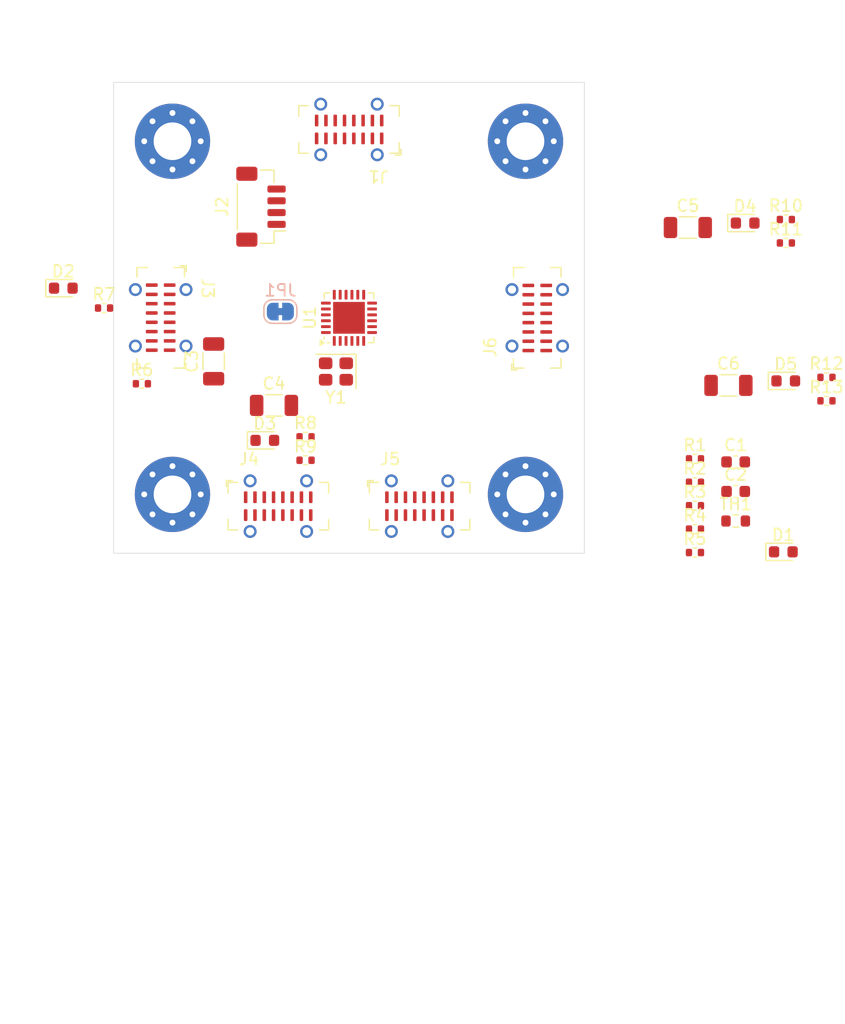
<source format=kicad_pcb>
(kicad_pcb (version 20241229) (generator "pcbnew") (generator_version "9.0")
  (layers (0 "F.Cu" signal) (4 "In1.Cu" signal) (6 "In2.Cu" signal) (2 "B.Cu" signal) (13 "F.Paste" user) (15 "B.Paste" user) (5 "F.SilkS" user "F.Silkscreen") (7 "B.SilkS" user "B.Silkscreen") (1 "F.Mask" user) (3 "B.Mask" user) (25 "Edge.Cuts" user))
  (net 0 "")
  (net 1 "GND")
  (net 2 "+3V3")
  (net 3 "VBUS")
  (net 5 "+5V")
  (net 6 "/LED_COMMON")
  (net 7 "Net-(D1-A)")
  (net 8 "/LED2")
  (net 9 "/LED1")
  (net 10 "/Upstream.D-")
  (net 12 "/CC1")
  (net 14 "/Upstream.D+")
  (net 15 "/CC2")
  (net 16 "/SCL")
  (net 17 "/SDA")
  (net 18 "/USB1.D-")
  (net 19 "Net-(J3-CC1)")
  (net 21 "Net-(J3-CC2)")
  (net 22 "/USB1.D+")
  (net 23 "Net-(J5-CC1)")
  (net 24 "Net-(J4-CC1)")
  (net 29 "Net-(J5-CC2)")
  (net 30 "Net-(J4-CC2)")
  (net 33 "Net-(J6-CC2)")
  (net 34 "Net-(J6-CC1)")
  (net 35 "Net-(U1-LED1)")
  (net 36 "Net-(U1-LED2)")
  (net 37 "/USB4.D+")
  (net 40 "/USB3.D-")
  (net 43 "/USB4.D-")
  (net 44 "/USB2.D-")
  (net 45 "/USB2.D+")
  (net 46 "/USB3.D+")
  (net 47 "Net-(U1-XO)")
  (net 48 "Net-(U1-XI)")
  (footprint "Resistor_SMD:R_0402_1005Metric" (layer "F.Cu") (at 110.575 75.06)
    (property "Reference" "R12" (at 0 -1.17 0) (layer "F.SilkS"))
    (property "Value" "56k")
    (fp_line (start -0.153641 -0.38) (end 0.153641 -0.38) (stroke (width 0.12)) (layer "F.SilkS"))
    (fp_line (start -0.153641 0.38) (end 0.153641 0.38) (stroke (width 0.12)) (layer "F.SilkS"))
    (pad "1" smd roundrect (at -0.51 0) (size 0.54 0.64) (layers "F.Cu" "F.Mask" "F.Paste") (net 5 "+5V"))
    (pad "2" smd roundrect (at 0.51 0) (size 0.54 0.64) (layers "F.Cu" "F.Mask" "F.Paste") (net 33 "Net-(J6-CC2)"))
  )
  (footprint "Connector_USB:USB_C_Receptacle_G-Switch_GT-USB-7051x" (layer "F.Cu") (at 70 54 180)
    (property "Reference" "J1" (at -2.5 -4 180) (layer "F.SilkS"))
    (property "Value" "USB_C_Receptacle_USB2.0_16P")
    (fp_line (start 4.27 2.02) (end 4.27 1.12) (stroke (width 0.12)) (layer "F.SilkS"))
    (fp_line (start 4.27 2.02) (end 3.47 2.02) (stroke (width 0.12)) (layer "F.SilkS"))
    (fp_line (start 4.27 -2.02) (end 4.27 -1.12) (stroke (width 0.12)) (layer "F.SilkS"))
    (fp_line (start 4.27 -2.02) (end 3.47 -2.02) (stroke (width 0.12)) (layer "F.SilkS"))
    (fp_line (start -4.27 2.02) (end -3.47 2.02) (stroke (width 0.12)) (layer "F.SilkS"))
    (fp_line (start -4.27 2.02) (end -4.27 1.12) (stroke (width 0.12)) (layer "F.SilkS"))
    (fp_line (start -4.27 -2.02) (end -3.47 -2.02) (stroke (width 0.12)) (layer "F.SilkS"))
    (fp_line (start -4.27 -2.02) (end -4.27 -1.12) (stroke (width 0.12)) (layer "F.SilkS"))
    (fp_line (start -4.42 -2.17) (end -3.92 -2.17) (stroke (width 0.12)) (layer "F.SilkS"))
    (fp_line (start -4.42 -2.17) (end -4.42 -1.67) (stroke (width 0.12)) (layer "F.SilkS"))
    (pad "" np_thru_hole circle (at -3.75 0 180) (size 0.66 0.66) (drill 0.66) (layers "F&B.Cu" "*.Mask"))
    (pad "" np_thru_hole oval (at 3.75 0 180) (size 1 0.58) (drill oval 1 0.58) (layers "F&B.Cu" "*.Mask"))
    (pad "A1" smd roundrect (at -2.78 -0.76 180) (size 0.3 1) (layers "F.Cu" "F.Mask" "F.Paste") (net 1 "GND"))
    (pad "A4" smd roundrect (at -1.99 -0.76 180) (size 0.3 1) (layers "F.Cu" "F.Mask" "F.Paste") (net 3 "VBUS"))
    (pad "A5" smd roundrect (at -1.2 -0.76 180) (size 0.3 1) (layers "F.Cu" "F.Mask" "F.Paste") (net 12 "/CC1"))
    (pad "A6" smd roundrect (at -0.41 -0.76 180) (size 0.3 1) (layers "F.Cu" "F.Mask" "F.Paste") (net 14 "/Upstream.D+"))
    (pad "A7" smd roundrect (at 0.38 -0.76 180) (size 0.3 1) (layers "F.Cu" "F.Mask" "F.Paste") (net 10 "/Upstream.D-"))
    (pad "A8" smd roundrect (at 1.17 -0.76 180) (size 0.3 1) (layers "F.Cu" "F.Mask" "F.Paste"))
    (pad "A9" smd roundrect (at 1.96 -0.76 180) (size 0.3 1) (layers "F.Cu" "F.Mask" "F.Paste") (net 3 "VBUS"))
    (pad "A12" smd roundrect (at 2.75 -0.76 180) (size 0.3 1) (layers "F.Cu" "F.Mask" "F.Paste") (net 1 "GND"))
    (pad "B1" smd roundrect (at 2.75 0.76 180) (size 0.3 1) (layers "F.Cu" "F.Mask" "F.Paste") (net 1 "GND"))
    (pad "B4" smd roundrect (at 1.96 0.76 180) (size 0.3 1) (layers "F.Cu" "F.Mask" "F.Paste") (net 3 "VBUS"))
    (pad "B5" smd roundrect (at 1.17 0.76 180) (size 0.3 1) (layers "F.Cu" "F.Mask" "F.Paste") (net 15 "/CC2"))
    (pad "B6" smd roundrect (at 0.38 0.76 180) (size 0.3 1) (layers "F.Cu" "F.Mask" "F.Paste") (net 14 "/Upstream.D+"))
    (pad "B7" smd roundrect (at -0.41 0.76 180) (size 0.3 1) (layers "F.Cu" "F.Mask" "F.Paste") (net 10 "/Upstream.D-"))
    (pad "B8" smd roundrect (at -1.2 0.76 180) (size 0.3 1) (layers "F.Cu" "F.Mask" "F.Paste"))
    (pad "B9" smd roundrect (at -1.99 0.76 180) (size 0.3 1) (layers "F.Cu" "F.Mask" "F.Paste") (net 3 "VBUS"))
    (pad "B12" smd roundrect (at -2.78 0.76 180) (size 0.3 1) (layers "F.Cu" "F.Mask" "F.Paste") (net 1 "GND"))
    (pad "S1" thru_hole circle (at -2.4 -2.15 180) (size 1.1 1.1) (drill 0.7) (property pad_prop_heatsink) (layers "*.Cu" "*.Mask" "F.Paste") (net 1 "GND"))
    (pad "S1" thru_hole circle (at -2.4 2.15 180) (size 1.1 1.1) (drill 0.7) (property pad_prop_heatsink) (layers "*.Cu" "*.Mask" "F.Paste") (net 1 "GND"))
    (pad "S1" thru_hole circle (at 2.4 -2.15 180) (size 1.1 1.1) (drill 0.7) (property pad_prop_heatsink) (layers "*.Cu" "*.Mask" "F.Paste") (net 1 "GND"))
    (pad "S1" thru_hole circle (at 2.4 2.15 180) (size 1.1 1.1) (drill 0.7) (property pad_prop_heatsink) (layers "*.Cu" "*.Mask" "F.Paste") (net 1 "GND"))
  )
  (footprint "MountingHole:MountingHole_3.2mm_M3_Pad_Via" (layer "F.Cu") (at 55 55)
    (property "Reference" "H1" (hide yes))
    (property "Value" "MountingHole_Pad")
    (pad "1" thru_hole circle (at -2.4 0) (size 0.8 0.8) (drill 0.5) (layers "*.Cu" "*.Mask") (net 1 "GND"))
    (pad "1" thru_hole circle (at -1.697056 -1.697056) (size 0.8 0.8) (drill 0.5) (layers "*.Cu" "*.Mask") (net 1 "GND"))
    (pad "1" thru_hole circle (at -1.697056 1.697056) (size 0.8 0.8) (drill 0.5) (layers "*.Cu" "*.Mask") (net 1 "GND"))
    (pad "1" thru_hole circle (at 0 -2.4) (size 0.8 0.8) (drill 0.5) (layers "*.Cu" "*.Mask") (net 1 "GND"))
    (pad "1" thru_hole circle (at 0 0) (size 6.4 6.4) (drill 3.2) (layers "*.Cu" "*.Mask") (net 1 "GND"))
    (pad "1" thru_hole circle (at 0 2.4) (size 0.8 0.8) (drill 0.5) (layers "*.Cu" "*.Mask") (net 1 "GND"))
    (pad "1" thru_hole circle (at 1.697056 -1.697056) (size 0.8 0.8) (drill 0.5) (layers "*.Cu" "*.Mask") (net 1 "GND"))
    (pad "1" thru_hole circle (at 1.697056 1.697056) (size 0.8 0.8) (drill 0.5) (layers "*.Cu" "*.Mask") (net 1 "GND"))
    (pad "1" thru_hole circle (at 2.4 0) (size 0.8 0.8) (drill 0.5) (layers "*.Cu" "*.Mask") (net 1 "GND"))
  )
  (footprint "Resistor_SMD:R_0402_1005Metric" (layer "F.Cu") (at 99.4 87.95)
    (property "Reference" "R4" (at 0 -1.17 0) (layer "F.SilkS"))
    (property "Value" "5.1k")
    (fp_line (start -0.153641 -0.38) (end 0.153641 -0.38) (stroke (width 0.12)) (layer "F.SilkS"))
    (fp_line (start -0.153641 0.38) (end 0.153641 0.38) (stroke (width 0.12)) (layer "F.SilkS"))
    (pad "1" smd roundrect (at -0.51 0) (size 0.54 0.64) (layers "F.Cu" "F.Mask" "F.Paste") (net 36 "Net-(U1-LED2)"))
    (pad "2" smd roundrect (at 0.51 0) (size 0.54 0.64) (layers "F.Cu" "F.Mask" "F.Paste") (net 8 "/LED2"))
  )
  (footprint "Resistor_SMD:R_0402_1005Metric" (layer "F.Cu") (at 99.4 85.96)
    (property "Reference" "R3" (at 0 -1.17 0) (layer "F.SilkS"))
    (property "Value" "5.1k")
    (fp_line (start -0.153641 -0.38) (end 0.153641 -0.38) (stroke (width 0.12)) (layer "F.SilkS"))
    (fp_line (start -0.153641 0.38) (end 0.153641 0.38) (stroke (width 0.12)) (layer "F.SilkS"))
    (pad "1" smd roundrect (at -0.51 0) (size 0.54 0.64) (layers "F.Cu" "F.Mask" "F.Paste") (net 35 "Net-(U1-LED1)"))
    (pad "2" smd roundrect (at 0.51 0) (size 0.54 0.64) (layers "F.Cu" "F.Mask" "F.Paste") (net 9 "/LED1"))
  )
  (footprint "Resistor_SMD:R_0402_1005Metric" (layer "F.Cu") (at 66.3075 82.1)
    (property "Reference" "R9" (at 0 -1.17 0) (layer "F.SilkS"))
    (property "Value" "56k")
    (fp_line (start -0.153641 -0.38) (end 0.153641 -0.38) (stroke (width 0.12)) (layer "F.SilkS"))
    (fp_line (start -0.153641 0.38) (end 0.153641 0.38) (stroke (width 0.12)) (layer "F.SilkS"))
    (pad "1" smd roundrect (at -0.51 0) (size 0.54 0.64) (layers "F.Cu" "F.Mask" "F.Paste") (net 5 "+5V"))
    (pad "2" smd roundrect (at 0.51 0) (size 0.54 0.64) (layers "F.Cu" "F.Mask" "F.Paste") (net 24 "Net-(J4-CC1)"))
  )
  (footprint "Capacitor_SMD:C_1206_3216Metric" (layer "F.Cu") (at 58.5 73.7 90)
    (property "Reference" "C3" (at 0 -1.85 90) (layer "F.SilkS"))
    (property "Value" "47u")
    (fp_line (start -0.711252 -0.91) (end 0.711252 -0.91) (stroke (width 0.12)) (layer "F.SilkS"))
    (fp_line (start -0.711252 0.91) (end 0.711252 0.91) (stroke (width 0.12)) (layer "F.SilkS"))
    (pad "1" smd roundrect (at -1.475 0 90) (size 1.15 1.8) (layers "F.Cu" "F.Mask" "F.Paste") (roundrect_rratio 0.217391) (net 5 "+5V"))
    (pad "2" smd roundrect (at 1.475 0 90) (size 1.15 1.8) (layers "F.Cu" "F.Mask" "F.Paste") (roundrect_rratio 0.217391) (net 1 "GND"))
  )
  (footprint "Package_DFN_QFN:QFN-24-1EP_4x4mm_P0.5mm_EP2.7x2.7mm" (layer "F.Cu") (at 70 70 90)
    (property "Reference" "U1" (at 0 -3.33 90) (layer "F.SilkS"))
    (property "Value" "CH334F")
    (fp_line (start 2.11 -2.11) (end 2.11 -1.635) (stroke (width 0.12)) (layer "F.SilkS"))
    (fp_line (start 1.635 -2.11) (end 2.11 -2.11) (stroke (width 0.12)) (layer "F.SilkS"))
    (fp_line (start -1.635 -2.11) (end -1.81 -2.11) (stroke (width 0.12)) (layer "F.SilkS"))
    (fp_line (start -2.11 -1.635) (end -2.11 -1.87) (stroke (width 0.12)) (layer "F.SilkS"))
    (fp_line (start 2.11 2.11) (end 2.11 1.635) (stroke (width 0.12)) (layer "F.SilkS"))
    (fp_line (start 1.635 2.11) (end 2.11 2.11) (stroke (width 0.12)) (layer "F.SilkS"))
    (fp_line (start -1.635 2.11) (end -2.11 2.11) (stroke (width 0.12)) (layer "F.SilkS"))
    (fp_line (start -2.11 2.11) (end -2.11 1.635) (stroke (width 0.12)) (layer "F.SilkS"))
    (fp_poly (pts (xy -2.11 -2.11) (xy -2.35 -2.44) (xy -1.87 -2.44)) (stroke (width 0.12)) (fill yes) (layer "F.SilkS"))
    (pad "1" smd roundrect (at -1.9625 -1.25 90) (size 0.825 0.25) (layers "F.Cu" "F.Mask" "F.Paste"))
    (pad "2" smd roundrect (at -1.9625 -0.75 90) (size 0.825 0.25) (layers "F.Cu" "F.Mask" "F.Paste"))
    (pad "3" smd roundrect (at -1.9625 -0.25 90) (size 0.825 0.25) (layers "F.Cu" "F.Mask" "F.Paste") (net 47 "Net-(U1-XO)"))
    (pad "4" smd roundrect (at -1.9625 0.25 90) (size 0.825 0.25) (layers "F.Cu" "F.Mask" "F.Paste") (net 48 "Net-(U1-XI)"))
    (pad "5" smd roundrect (at -1.9625 0.75 90) (size 0.825 0.25) (layers "F.Cu" "F.Mask" "F.Paste") (net 43 "/USB4.D-"))
    (pad "6" smd roundrect (at -1.9625 1.25 90) (size 0.825 0.25) (layers "F.Cu" "F.Mask" "F.Paste") (net 37 "/USB4.D+"))
    (pad "7" smd roundrect (at -1.25 1.9625 90) (size 0.25 0.825) (layers "F.Cu" "F.Mask" "F.Paste") (net 40 "/USB3.D-"))
    (pad "8" smd roundrect (at -0.75 1.9625 90) (size 0.25 0.825) (layers "F.Cu" "F.Mask" "F.Paste") (net 46 "/USB3.D+"))
    (pad "9" smd roundrect (at -0.25 1.9625 90) (size 0.25 0.825) (layers "F.Cu" "F.Mask" "F.Paste") (net 44 "/USB2.D-"))
    (pad "10" smd roundrect (at 0.25 1.9625 90) (size 0.25 0.825) (layers "F.Cu" "F.Mask" "F.Paste") (net 45 "/USB2.D+"))
    (pad "11" smd roundrect (at 0.75 1.9625 90) (size 0.25 0.825) (layers "F.Cu" "F.Mask" "F.Paste") (net 18 "/USB1.D-"))
    (pad "12" smd roundrect (at 1.25 1.9625 90) (size 0.25 0.825) (layers "F.Cu" "F.Mask" "F.Paste") (net 22 "/USB1.D+"))
    (pad "13" smd roundrect (at 1.9625 1.25 90) (size 0.825 0.25) (layers "F.Cu" "F.Mask" "F.Paste") (net 16 "/SCL"))
    (pad "14" smd roundrect (at 1.9625 0.75 90) (size 0.825 0.25) (layers "F.Cu" "F.Mask" "F.Paste") (net 10 "/Upstream.D-"))
    (pad "15" smd roundrect (at 1.9625 0.25 90) (size 0.825 0.25) (layers "F.Cu" "F.Mask" "F.Paste") (net 14 "/Upstream.D+"))
    (pad "16" smd roundrect (at 1.9625 -0.25 90) (size 0.825 0.25) (layers "F.Cu" "F.Mask" "F.Paste"))
    (pad "17" smd roundrect (at 1.9625 -0.75 90) (size 0.825 0.25) (layers "F.Cu" "F.Mask" "F.Paste"))
    (pad "18" smd roundrect (at 1.9625 -1.25 90) (size 0.825 0.25) (layers "F.Cu" "F.Mask" "F.Paste"))
    (pad "19" smd roundrect (at 1.25 -1.9625 90) (size 0.25 0.825) (layers "F.Cu" "F.Mask" "F.Paste") (net 3 "VBUS"))
    (pad "20" smd roundrect (at 0.75 -1.9625 90) (size 0.25 0.825) (layers "F.Cu" "F.Mask" "F.Paste") (net 2 "+3V3"))
    (pad "21" smd roundrect (at 0.25 -1.9625 90) (size 0.25 0.825) (layers "F.Cu" "F.Mask" "F.Paste") (net 17 "/SDA"))
    (pad "22" smd roundrect (at -0.25 -1.9625 90) (size 0.25 0.825) (layers "F.Cu" "F.Mask" "F.Paste") (net 35 "Net-(U1-LED1)"))
    (pad "23" smd roundrect (at -0.75 -1.9625 90) (size 0.25 0.825) (layers "F.Cu" "F.Mask" "F.Paste") (net 36 "Net-(U1-LED2)"))
    (pad "24" smd roundrect (at -1.25 -1.9625 90) (size 0.25 0.825) (layers "F.Cu" "F.Mask" "F.Paste"))
    (pad "25" smd rect (at 0 0 90) (size 2.7 2.7) (property pad_prop_heatsink) (layers "F.Cu" "F.Mask") (net 1 "GND"))
  )
  (footprint "LED_SMD:LED_0603_1608Metric" (layer "F.Cu") (at 103.665 61.95)
    (property "Reference" "D4" (at 0 -1.43 0) (layer "F.SilkS"))
    (property "Value" "Green")
    (fp_line (start -1.485 -0.735) (end -1.485 0.735) (stroke (width 0.12)) (layer "F.SilkS"))
    (fp_line (start -1.485 0.735) (end 0.8 0.735) (stroke (width 0.12)) (layer "F.SilkS"))
    (fp_line (start 0.8 -0.735) (end -1.485 -0.735) (stroke (width 0.12)) (layer "F.SilkS"))
    (pad "1" smd roundrect (at -0.7875 0) (size 0.875 0.95) (layers "F.Cu" "F.Mask" "F.Paste") (net 6 "/LED_COMMON"))
    (pad "2" smd roundrect (at 0.7875 0) (size 0.875 0.95) (layers "F.Cu" "F.Mask" "F.Paste") (net 9 "/LED1"))
  )
  (footprint "Capacitor_SMD:C_1206_3216Metric" (layer "F.Cu") (at 102.245 75.74)
    (property "Reference" "C6" (at 0 -1.85 0) (layer "F.SilkS"))
    (property "Value" "47u")
    (fp_line (start -0.711252 -0.91) (end 0.711252 -0.91) (stroke (width 0.12)) (layer "F.SilkS"))
    (fp_line (start -0.711252 0.91) (end 0.711252 0.91) (stroke (width 0.12)) (layer "F.SilkS"))
    (pad "1" smd roundrect (at -1.475 0) (size 1.15 1.8) (layers "F.Cu" "F.Mask" "F.Paste") (roundrect_rratio 0.217391) (net 5 "+5V"))
    (pad "2" smd roundrect (at 1.475 0) (size 1.15 1.8) (layers "F.Cu" "F.Mask" "F.Paste") (roundrect_rratio 0.217391) (net 1 "GND"))
  )
  (footprint "Connector_USB:USB_C_Receptacle_G-Switch_GT-USB-7051x" (layer "F.Cu") (at 64 86)
    (property "Reference" "J4" (at -2.5 -4 0) (layer "F.SilkS"))
    (property "Value" "USB_C_Receptacle_USB2.0_16P")
    (fp_line (start -4.42 -2.17) (end -4.42 -1.67) (stroke (width 0.12)) (layer "F.SilkS"))
    (fp_line (start -4.42 -2.17) (end -3.92 -2.17) (stroke (width 0.12)) (layer "F.SilkS"))
    (fp_line (start -4.27 -2.02) (end -4.27 -1.12) (stroke (width 0.12)) (layer "F.SilkS"))
    (fp_line (start -4.27 -2.02) (end -3.47 -2.02) (stroke (width 0.12)) (layer "F.SilkS"))
    (fp_line (start -4.27 2.02) (end -4.27 1.12) (stroke (width 0.12)) (layer "F.SilkS"))
    (fp_line (start -4.27 2.02) (end -3.47 2.02) (stroke (width 0.12)) (layer "F.SilkS"))
    (fp_line (start 4.27 -2.02) (end 3.47 -2.02) (stroke (width 0.12)) (layer "F.SilkS"))
    (fp_line (start 4.27 -2.02) (end 4.27 -1.12) (stroke (width 0.12)) (layer "F.SilkS"))
    (fp_line (start 4.27 2.02) (end 3.47 2.02) (stroke (width 0.12)) (layer "F.SilkS"))
    (fp_line (start 4.27 2.02) (end 4.27 1.12) (stroke (width 0.12)) (layer "F.SilkS"))
    (pad "" np_thru_hole circle (at -3.75 0) (size 0.66 0.66) (drill 0.66) (layers "F&B.Cu" "*.Mask"))
    (pad "" np_thru_hole oval (at 3.75 0) (size 1 0.58) (drill oval 1 0.58) (layers "F&B.Cu" "*.Mask"))
    (pad "A1" smd roundrect (at -2.78 -0.76) (size 0.3 1) (layers "F.Cu" "F.Mask" "F.Paste") (net 1 "GND"))
    (pad "A4" smd roundrect (at -1.99 -0.76) (size 0.3 1) (layers "F.Cu" "F.Mask" "F.Paste") (net 5 "+5V"))
    (pad "A5" smd roundrect (at -1.2 -0.76) (size 0.3 1) (layers "F.Cu" "F.Mask" "F.Paste") (net 24 "Net-(J4-CC1)"))
    (pad "A6" smd roundrect (at -0.41 -0.76) (size 0.3 1) (layers "F.Cu" "F.Mask" "F.Paste") (net 22 "/USB1.D+"))
    (pad "A7" smd roundrect (at 0.38 -0.76) (size 0.3 1) (layers "F.Cu" "F.Mask" "F.Paste") (net 18 "/USB1.D-"))
    (pad "A8" smd roundrect (at 1.17 -0.76) (size 0.3 1) (layers "F.Cu" "F.Mask" "F.Paste"))
    (pad "A9" smd roundrect (at 1.96 -0.76) (size 0.3 1) (layers "F.Cu" "F.Mask" "F.Paste") (net 5 "+5V"))
    (pad "A12" smd roundrect (at 2.75 -0.76) (size 0.3 1) (layers "F.Cu" "F.Mask" "F.Paste") (net 1 "GND"))
    (pad "B1" smd roundrect (at 2.75 0.76) (size 0.3 1) (layers "F.Cu" "F.Mask" "F.Paste") (net 1 "GND"))
    (pad "B4" smd roundrect (at 1.96 0.76) (size 0.3 1) (layers "F.Cu" "F.Mask" "F.Paste") (net 5 "+5V"))
    (pad "B5" smd roundrect (at 1.17 0.76) (size 0.3 1) (layers "F.Cu" "F.Mask" "F.Paste") (net 30 "Net-(J4-CC2)"))
    (pad "B6" smd roundrect (at 0.38 0.76) (size 0.3 1) (layers "F.Cu" "F.Mask" "F.Paste") (net 22 "/USB1.D+"))
    (pad "B7" smd roundrect (at -0.41 0.76) (size 0.3 1) (layers "F.Cu" "F.Mask" "F.Paste") (net 18 "/USB1.D-"))
    (pad "B8" smd roundrect (at -1.2 0.76) (size 0.3 1) (layers "F.Cu" "F.Mask" "F.Paste"))
    (pad "B9" smd roundrect (at -1.99 0.76) (size 0.3 1) (layers "F.Cu" "F.Mask" "F.Paste") (net 5 "+5V"))
    (pad "B12" smd roundrect (at -2.78 0.76) (size 0.3 1) (layers "F.Cu" "F.Mask" "F.Paste") (net 1 "GND"))
    (pad "S1" thru_hole circle (at -2.4 -2.15) (size 1.1 1.1) (drill 0.7) (property pad_prop_heatsink) (layers "*.Cu" "*.Mask" "F.Paste") (net 1 "GND"))
    (pad "S1" thru_hole circle (at -2.4 2.15) (size 1.1 1.1) (drill 0.7) (property pad_prop_heatsink) (layers "*.Cu" "*.Mask" "F.Paste") (net 1 "GND"))
    (pad "S1" thru_hole circle (at 2.4 -2.15) (size 1.1 1.1) (drill 0.7) (property pad_prop_heatsink) (layers "*.Cu" "*.Mask" "F.Paste") (net 1 "GND"))
    (pad "S1" thru_hole circle (at 2.4 2.15) (size 1.1 1.1) (drill 0.7) (property pad_prop_heatsink) (layers "*.Cu" "*.Mask" "F.Paste") (net 1 "GND"))
  )
  (footprint "Capacitor_SMD:C_1206_3216Metric" (layer "F.Cu") (at 63.6275 77.44)
    (property "Reference" "C4" (at 0 -1.85 0) (layer "F.SilkS"))
    (property "Value" "47u")
    (fp_line (start -0.711252 -0.91) (end 0.711252 -0.91) (stroke (width 0.12)) (layer "F.SilkS"))
    (fp_line (start -0.711252 0.91) (end 0.711252 0.91) (stroke (width 0.12)) (layer "F.SilkS"))
    (pad "1" smd roundrect (at -1.475 0) (size 1.15 1.8) (layers "F.Cu" "F.Mask" "F.Paste") (roundrect_rratio 0.217391) (net 5 "+5V"))
    (pad "2" smd roundrect (at 1.475 0) (size 1.15 1.8) (layers "F.Cu" "F.Mask" "F.Paste") (roundrect_rratio 0.217391) (net 1 "GND"))
  )
  (footprint "Connector_JST:JST_SH_BM04B-SRSS-TB_1x04-1MP_P1.00mm_Vertical" (layer "F.Cu") (at 62.52 60.56 90)
    (property "Reference" "J2" (at 0 -3.3 90) (layer "F.SilkS"))
    (property "Value" "QWIIC")
    (fp_line (start -1.94 -2.01) (end 1.94 -2.01) (stroke (width 0.12)) (layer "F.SilkS"))
    (fp_line (start 3.11 -0.04) (end 3.11 1.11) (stroke (width 0.12)) (layer "F.SilkS"))
    (fp_line (start -3.11 -0.04) (end -3.11 1.11) (stroke (width 0.12)) (layer "F.SilkS"))
    (fp_line (start 3.11 1.11) (end 2.06 1.11) (stroke (width 0.12)) (layer "F.SilkS"))
    (fp_line (start -2.06 1.11) (end -2.06 2.1) (stroke (width 0.12)) (layer "F.SilkS"))
    (fp_line (start -3.11 1.11) (end -2.06 1.11) (stroke (width 0.12)) (layer "F.SilkS"))
    (pad "1" smd roundrect (at -1.5 1.325 90) (size 0.6 1.55) (layers "F.Cu" "F.Mask" "F.Paste") (net 1 "GND"))
    (pad "2" smd roundrect (at -0.5 1.325 90) (size 0.6 1.55) (layers "F.Cu" "F.Mask" "F.Paste") (net 2 "+3V3"))
    (pad "3" smd roundrect (at 0.5 1.325 90) (size 0.6 1.55) (layers "F.Cu" "F.Mask" "F.Paste") (net 17 "/SDA"))
    (pad "4" smd roundrect (at 1.5 1.325 90) (size 0.6 1.55) (layers "F.Cu" "F.Mask" "F.Paste") (net 16 "/SCL"))
    (pad "MP" smd roundrect (at -2.8 -1.2 90) (size 1.2 1.8) (layers "F.Cu" "F.Mask" "F.Paste") (roundrect_rratio 0.208333) (net 1 "GND"))
    (pad "MP" smd roundrect (at 2.8 -1.2 90) (size 1.2 1.8) (layers "F.Cu" "F.Mask" "F.Paste") (roundrect_rratio 0.208333) (net 1 "GND"))
  )
  (footprint "Resistor_SMD:R_0402_1005Metric" (layer "F.Cu") (at 107.125 61.65)
    (property "Reference" "R10" (at 0 -1.17 0) (layer "F.SilkS"))
    (property "Value" "56k")
    (fp_line (start -0.153641 -0.38) (end 0.153641 -0.38) (stroke (width 0.12)) (layer "F.SilkS"))
    (fp_line (start -0.153641 0.38) (end 0.153641 0.38) (stroke (width 0.12)) (layer "F.SilkS"))
    (pad "1" smd roundrect (at -0.51 0) (size 0.54 0.64) (layers "F.Cu" "F.Mask" "F.Paste") (net 5 "+5V"))
    (pad "2" smd roundrect (at 0.51 0) (size 0.54 0.64) (layers "F.Cu" "F.Mask" "F.Paste") (net 29 "Net-(J5-CC2)"))
  )
  (footprint "MountingHole:MountingHole_3.2mm_M3_Pad_Via" (layer "F.Cu") (at 55 85)
    (property "Reference" "H3" (hide yes))
    (property "Value" "MountingHole_Pad")
    (pad "1" thru_hole circle (at -2.4 0) (size 0.8 0.8) (drill 0.5) (layers "*.Cu" "*.Mask") (net 1 "GND"))
    (pad "1" thru_hole circle (at -1.697056 -1.697056) (size 0.8 0.8) (drill 0.5) (layers "*.Cu" "*.Mask") (net 1 "GND"))
    (pad "1" thru_hole circle (at -1.697056 1.697056) (size 0.8 0.8) (drill 0.5) (layers "*.Cu" "*.Mask") (net 1 "GND"))
    (pad "1" thru_hole circle (at 0 -2.4) (size 0.8 0.8) (drill 0.5) (layers "*.Cu" "*.Mask") (net 1 "GND"))
    (pad "1" thru_hole circle (at 0 0) (size 6.4 6.4) (drill 3.2) (layers "*.Cu" "*.Mask") (net 1 "GND"))
    (pad "1" thru_hole circle (at 0 2.4) (size 0.8 0.8) (drill 0.5) (layers "*.Cu" "*.Mask") (net 1 "GND"))
    (pad "1" thru_hole circle (at 1.697056 -1.697056) (size 0.8 0.8) (drill 0.5) (layers "*.Cu" "*.Mask") (net 1 "GND"))
    (pad "1" thru_hole circle (at 1.697056 1.697056) (size 0.8 0.8) (drill 0.5) (layers "*.Cu" "*.Mask") (net 1 "GND"))
    (pad "1" thru_hole circle (at 2.4 0) (size 0.8 0.8) (drill 0.5) (layers "*.Cu" "*.Mask") (net 1 "GND"))
  )
  (footprint "Resistor_SMD:R_0402_1005Metric" (layer "F.Cu") (at 99.4 81.98)
    (property "Reference" "R1" (at 0 -1.17 0) (layer "F.SilkS"))
    (property "Value" "5.1k")
    (fp_line (start -0.153641 -0.38) (end 0.153641 -0.38) (stroke (width 0.12)) (layer "F.SilkS"))
    (fp_line (start -0.153641 0.38) (end 0.153641 0.38) (stroke (width 0.12)) (layer "F.SilkS"))
    (pad "1" smd roundrect (at -0.51 0) (size 0.54 0.64) (layers "F.Cu" "F.Mask" "F.Paste") (net 15 "/CC2"))
    (pad "2" smd roundrect (at 0.51 0) (size 0.54 0.64) (layers "F.Cu" "F.Mask" "F.Paste") (net 1 "GND"))
  )
  (footprint "LED_SMD:LED_0603_1608Metric" (layer "F.Cu") (at 45.725 67.48)
    (property "Reference" "D2" (at 0 -1.43 0) (layer "F.SilkS"))
    (property "Value" "Green")
    (fp_line (start -1.485 -0.735) (end -1.485 0.735) (stroke (width 0.12)) (layer "F.SilkS"))
    (fp_line (start -1.485 0.735) (end 0.8 0.735) (stroke (width 0.12)) (layer "F.SilkS"))
    (fp_line (start 0.8 -0.735) (end -1.485 -0.735) (stroke (width 0.12)) (layer "F.SilkS"))
    (pad "1" smd roundrect (at -0.7875 0) (size 0.875 0.95) (layers "F.Cu" "F.Mask" "F.Paste") (net 6 "/LED_COMMON"))
    (pad "2" smd roundrect (at 0.7875 0) (size 0.875 0.95) (layers "F.Cu" "F.Mask" "F.Paste") (net 8 "/LED2"))
  )
  (footprint "Capacitor_SMD:C_0603_1608Metric" (layer "F.Cu") (at 102.86 84.75)
    (property "Reference" "C2" (at 0 -1.43 0) (layer "F.SilkS"))
    (property "Value" "10u")
    (fp_line (start -0.14058 -0.51) (end 0.14058 -0.51) (stroke (width 0.12)) (layer "F.SilkS"))
    (fp_line (start -0.14058 0.51) (end 0.14058 0.51) (stroke (width 0.12)) (layer "F.SilkS"))
    (pad "1" smd roundrect (at -0.775 0) (size 0.9 0.95) (layers "F.Cu" "F.Mask" "F.Paste") (net 3 "VBUS"))
    (pad "2" smd roundrect (at 0.775 0) (size 0.9 0.95) (layers "F.Cu" "F.Mask" "F.Paste") (net 1 "GND"))
  )
  (footprint "MountingHole:MountingHole_3.2mm_M3_Pad_Via" (layer "F.Cu") (at 85 85)
    (property "Reference" "H4" (hide yes))
    (property "Value" "MountingHole_Pad")
    (pad "1" thru_hole circle (at -2.4 0) (size 0.8 0.8) (drill 0.5) (layers "*.Cu" "*.Mask") (net 1 "GND"))
    (pad "1" thru_hole circle (at -1.697056 -1.697056) (size 0.8 0.8) (drill 0.5) (layers "*.Cu" "*.Mask") (net 1 "GND"))
    (pad "1" thru_hole circle (at -1.697056 1.697056) (size 0.8 0.8) (drill 0.5) (layers "*.Cu" "*.Mask") (net 1 "GND"))
    (pad "1" thru_hole circle (at 0 -2.4) (size 0.8 0.8) (drill 0.5) (layers "*.Cu" "*.Mask") (net 1 "GND"))
    (pad "1" thru_hole circle (at 0 0) (size 6.4 6.4) (drill 3.2) (layers "*.Cu" "*.Mask") (net 1 "GND"))
    (pad "1" thru_hole circle (at 0 2.4) (size 0.8 0.8) (drill 0.5) (layers "*.Cu" "*.Mask") (net 1 "GND"))
    (pad "1" thru_hole circle (at 1.697056 -1.697056) (size 0.8 0.8) (drill 0.5) (layers "*.Cu" "*.Mask") (net 1 "GND"))
    (pad "1" thru_hole circle (at 1.697056 1.697056) (size 0.8 0.8) (drill 0.5) (layers "*.Cu" "*.Mask") (net 1 "GND"))
    (pad "1" thru_hole circle (at 2.4 0) (size 0.8 0.8) (drill 0.5) (layers "*.Cu" "*.Mask") (net 1 "GND"))
  )
  (footprint "MountingHole:MountingHole_3.2mm_M3_Pad_Via" (layer "F.Cu") (at 85 55)
    (property "Reference" "H2" (hide yes))
    (property "Value" "MountingHole_Pad")
    (pad "1" thru_hole circle (at -2.4 0) (size 0.8 0.8) (drill 0.5) (layers "*.Cu" "*.Mask") (net 1 "GND"))
    (pad "1" thru_hole circle (at -1.697056 -1.697056) (size 0.8 0.8) (drill 0.5) (layers "*.Cu" "*.Mask") (net 1 "GND"))
    (pad "1" thru_hole circle (at -1.697056 1.697056) (size 0.8 0.8) (drill 0.5) (layers "*.Cu" "*.Mask") (net 1 "GND"))
    (pad "1" thru_hole circle (at 0 -2.4) (size 0.8 0.8) (drill 0.5) (layers "*.Cu" "*.Mask") (net 1 "GND"))
    (pad "1" thru_hole circle (at 0 0) (size 6.4 6.4) (drill 3.2) (layers "*.Cu" "*.Mask") (net 1 "GND"))
    (pad "1" thru_hole circle (at 0 2.4) (size 0.8 0.8) (drill 0.5) (layers "*.Cu" "*.Mask") (net 1 "GND"))
    (pad "1" thru_hole circle (at 1.697056 -1.697056) (size 0.8 0.8) (drill 0.5) (layers "*.Cu" "*.Mask") (net 1 "GND"))
    (pad "1" thru_hole circle (at 1.697056 1.697056) (size 0.8 0.8) (drill 0.5) (layers "*.Cu" "*.Mask") (net 1 "GND"))
    (pad "1" thru_hole circle (at 2.4 0) (size 0.8 0.8) (drill 0.5) (layers "*.Cu" "*.Mask") (net 1 "GND"))
  )
  (footprint "Resistor_SMD:R_0402_1005Metric" (layer "F.Cu") (at 107.125 63.64)
    (property "Reference" "R11" (at 0 -1.17 0) (layer "F.SilkS"))
    (property "Value" "56k")
    (fp_line (start -0.153641 -0.38) (end 0.153641 -0.38) (stroke (width 0.12)) (layer "F.SilkS"))
    (fp_line (start -0.153641 0.38) (end 0.153641 0.38) (stroke (width 0.12)) (layer "F.SilkS"))
    (pad "1" smd roundrect (at -0.51 0) (size 0.54 0.64) (layers "F.Cu" "F.Mask" "F.Paste") (net 5 "+5V"))
    (pad "2" smd roundrect (at 0.51 0) (size 0.54 0.64) (layers "F.Cu" "F.Mask" "F.Paste") (net 23 "Net-(J5-CC1)"))
  )
  (footprint "LED_SMD:LED_0603_1608Metric" (layer "F.Cu") (at 106.91 89.88)
    (property "Reference" "D1" (at 0 -1.43 0) (layer "F.SilkS"))
    (property "Value" "Green")
    (fp_line (start -1.485 -0.735) (end -1.485 0.735) (stroke (width 0.12)) (layer "F.SilkS"))
    (fp_line (start -1.485 0.735) (end 0.8 0.735) (stroke (width 0.12)) (layer "F.SilkS"))
    (fp_line (start 0.8 -0.735) (end -1.485 -0.735) (stroke (width 0.12)) (layer "F.SilkS"))
    (pad "1" smd roundrect (at -0.7875 0) (size 0.875 0.95) (layers "F.Cu" "F.Mask" "F.Paste") (net 6 "/LED_COMMON"))
    (pad "2" smd roundrect (at 0.7875 0) (size 0.875 0.95) (layers "F.Cu" "F.Mask" "F.Paste") (net 7 "Net-(D1-A)"))
  )
  (footprint "Connector_USB:USB_C_Receptacle_G-Switch_GT-USB-7051x" (layer "F.Cu") (at 54 70 -90)
    (property "Reference" "J3" (at -2.5 -4 270) (layer "F.SilkS"))
    (property "Value" "USB_C_Receptacle_USB2.0_16P")
    (fp_line (start -4.27 2.02) (end -3.47 2.02) (stroke (width 0.12)) (layer "F.SilkS"))
    (fp_line (start -4.27 2.02) (end -4.27 1.12) (stroke (width 0.12)) (layer "F.SilkS"))
    (fp_line (start 4.27 2.02) (end 3.47 2.02) (stroke (width 0.12)) (layer "F.SilkS"))
    (fp_line (start 4.27 2.02) (end 4.27 1.12) (stroke (width 0.12)) (layer "F.SilkS"))
    (fp_line (start -4.27 -2.02) (end -4.27 -1.12) (stroke (width 0.12)) (layer "F.SilkS"))
    (fp_line (start -4.27 -2.02) (end -3.47 -2.02) (stroke (width 0.12)) (layer "F.SilkS"))
    (fp_line (start 4.27 -2.02) (end 4.27 -1.12) (stroke (width 0.12)) (layer "F.SilkS"))
    (fp_line (start 4.27 -2.02) (end 3.47 -2.02) (stroke (width 0.12)) (layer "F.SilkS"))
    (fp_line (start -4.42 -2.17) (end -4.42 -1.67) (stroke (width 0.12)) (layer "F.SilkS"))
    (fp_line (start -4.42 -2.17) (end -3.92 -2.17) (stroke (width 0.12)) (layer "F.SilkS"))
    (pad "" np_thru_hole circle (at -3.75 0 270) (size 0.66 0.66) (drill 0.66) (layers "F&B.Cu" "*.Mask"))
    (pad "" np_thru_hole oval (at 3.75 0 270) (size 1 0.58) (drill oval 1 0.58) (layers "F&B.Cu" "*.Mask"))
    (pad "A1" smd roundrect (at -2.78 -0.76 270) (size 0.3 1) (layers "F.Cu" "F.Mask" "F.Paste") (net 1 "GND"))
    (pad "A4" smd roundrect (at -1.99 -0.76 270) (size 0.3 1) (layers "F.Cu" "F.Mask" "F.Paste") (net 5 "+5V"))
    (pad "A5" smd roundrect (at -1.2 -0.76 270) (size 0.3 1) (layers "F.Cu" "F.Mask" "F.Paste") (net 19 "Net-(J3-CC1)"))
    (pad "A6" smd roundrect (at -0.41 -0.76 270) (size 0.3 1) (layers "F.Cu" "F.Mask" "F.Paste") (net 22 "/USB1.D+"))
    (pad "A7" smd roundrect (at 0.38 -0.76 270) (size 0.3 1) (layers "F.Cu" "F.Mask" "F.Paste") (net 18 "/USB1.D-"))
    (pad "A8" smd roundrect (at 1.17 -0.76 270) (size 0.3 1) (layers "F.Cu" "F.Mask" "F.Paste"))
    (pad "A9" smd roundrect (at 1.96 -0.76 270) (size 0.3 1) (layers "F.Cu" "F.Mask" "F.Paste") (net 5 "+5V"))
    (pad "A12" smd roundrect (at 2.75 -0.76 270) (size 0.3 1) (layers "F.Cu" "F.Mask" "F.Paste") (net 1 "GND"))
    (pad "B1" smd roundrect (at 2.75 0.76 270) (size 0.3 1) (layers "F.Cu" "F.Mask" "F.Paste") (net 1 "GND"))
    (pad "B4" smd roundrect (at 1.96 0.76 270) (size 0.3 1) (layers "F.Cu" "F.Mask" "F.Paste") (net 5 "+5V"))
    (pad "B5" smd roundrect (at 1.17 0.76 270) (size 0.3 1) (layers "F.Cu" "F.Mask" "F.Paste") (net 21 "Net-(J3-CC2)"))
    (pad "B6" smd roundrect (at 0.38 0.76 270) (size 0.3 1) (layers "F.Cu" "F.Mask" "F.Paste") (net 22 "/USB1.D+"))
    (pad "B7" smd roundrect (at -0.41 0.76 270) (size 0.3 1) (layers "F.Cu" "F.Mask" "F.Paste") (net 18 "/USB1.D-"))
    (pad "B8" smd roundrect (at -1.2 0.76 270) (size 0.3 1) (layers "F.Cu" "F.Mask" "F.Paste"))
    (pad "B9" smd roundrect (at -1.99 0.76 270) (size 0.3 1) (layers "F.Cu" "F.Mask" "F.Paste") (net 5 "+5V"))
    (pad "B12" smd roundrect (at -2.78 0.76 270) (size 0.3 1) (layers "F.Cu" "F.Mask" "F.Paste") (net 1 "GND"))
    (pad "S1" thru_hole circle (at -2.4 -2.15 270) (size 1.1 1.1) (drill 0.7) (property pad_prop_heatsink) (layers "*.Cu" "*.Mask" "F.Paste") (net 1 "GND"))
    (pad "S1" thru_hole circle (at -2.4 2.15 270) (size 1.1 1.1) (drill 0.7) (property pad_prop_heatsink) (layers "*.Cu" "*.Mask" "F.Paste") (net 1 "GND"))
    (pad "S1" thru_hole circle (at 2.4 -2.15 270) (size 1.1 1.1) (drill 0.7) (property pad_prop_heatsink) (layers "*.Cu" "*.Mask" "F.Paste") (net 1 "GND"))
    (pad "S1" thru_hole circle (at 2.4 2.15 270) (size 1.1 1.1) (drill 0.7) (property pad_prop_heatsink) (layers "*.Cu" "*.Mask" "F.Paste") (net 1 "GND"))
  )
  (footprint "LED_SMD:LED_0603_1608Metric" (layer "F.Cu") (at 62.8475 80.41)
    (property "Reference" "D3" (at 0 -1.43 0) (layer "F.SilkS"))
    (property "Value" "Green")
    (fp_line (start -1.485 -0.735) (end -1.485 0.735) (stroke (width 0.12)) (layer "F.SilkS"))
    (fp_line (start -1.485 0.735) (end 0.8 0.735) (stroke (width 0.12)) (layer "F.SilkS"))
    (fp_line (start 0.8 -0.735) (end -1.485 -0.735) (stroke (width 0.12)) (layer "F.SilkS"))
    (pad "1" smd roundrect (at -0.7875 0) (size 0.875 0.95) (layers "F.Cu" "F.Mask" "F.Paste") (net 8 "/LED2"))
    (pad "2" smd roundrect (at 0.7875 0) (size 0.875 0.95) (layers "F.Cu" "F.Mask" "F.Paste") (net 6 "/LED_COMMON"))
  )
  (footprint "Capacitor_SMD:C_1206_3216Metric" (layer "F.Cu") (at 98.795 62.33)
    (property "Reference" "C5" (at 0 -1.85 0) (layer "F.SilkS"))
    (property "Value" "47u")
    (fp_line (start -0.711252 -0.91) (end 0.711252 -0.91) (stroke (width 0.12)) (layer "F.SilkS"))
    (fp_line (start -0.711252 0.91) (end 0.711252 0.91) (stroke (width 0.12)) (layer "F.SilkS"))
    (pad "1" smd roundrect (at -1.475 0) (size 1.15 1.8) (layers "F.Cu" "F.Mask" "F.Paste") (roundrect_rratio 0.217391) (net 5 "+5V"))
    (pad "2" smd roundrect (at 1.475 0) (size 1.15 1.8) (layers "F.Cu" "F.Mask" "F.Paste") (roundrect_rratio 0.217391) (net 1 "GND"))
  )
  (footprint "Crystal:Crystal_SMD_2520-4Pin_2.5x2.0mm" (layer "F.Cu") (at 68.89 74.56 180)
    (property "Reference" "Y1" (at 0 -2.2 0) (layer "F.SilkS"))
    (property "Value" "12MHz")
    (fp_line (start -1.71 1.46) (end 1.71 1.46) (stroke (width 0.12)) (layer "F.SilkS"))
    (fp_line (start -1.71 -1.46) (end -1.71 1.46) (stroke (width 0.12)) (layer "F.SilkS"))
    (pad "1" smd roundrect (at -0.875 0.7 180) (size 1.15 1) (layers "F.Cu" "F.Mask" "F.Paste") (net 48 "Net-(U1-XI)"))
    (pad "2" smd roundrect (at 0.875 0.7 180) (size 1.15 1) (layers "F.Cu" "F.Mask" "F.Paste") (net 1 "GND"))
    (pad "3" smd roundrect (at 0.875 -0.7 180) (size 1.15 1) (layers "F.Cu" "F.Mask" "F.Paste") (net 47 "Net-(U1-XO)"))
    (pad "4" smd roundrect (at -0.875 -0.7 180) (size 1.15 1) (layers "F.Cu" "F.Mask" "F.Paste") (net 1 "GND"))
  )
  (footprint "Resistor_SMD:R_0402_1005Metric" (layer "F.Cu") (at 99.4 83.97)
    (property "Reference" "R2" (at 0 -1.17 0) (layer "F.SilkS"))
    (property "Value" "5.1k")
    (fp_line (start -0.153641 -0.38) (end 0.153641 -0.38) (stroke (width 0.12)) (layer "F.SilkS"))
    (fp_line (start -0.153641 0.38) (end 0.153641 0.38) (stroke (width 0.12)) (layer "F.SilkS"))
    (pad "1" smd roundrect (at -0.51 0) (size 0.54 0.64) (layers "F.Cu" "F.Mask" "F.Paste") (net 12 "/CC1"))
    (pad "2" smd roundrect (at 0.51 0) (size 0.54 0.64) (layers "F.Cu" "F.Mask" "F.Paste") (net 1 "GND"))
  )
  (footprint "Capacitor_SMD:C_0603_1608Metric" (layer "F.Cu") (at 102.86 82.24)
    (property "Reference" "C1" (at 0 -1.43 0) (layer "F.SilkS"))
    (property "Value" "10u")
    (fp_line (start -0.14058 -0.51) (end 0.14058 -0.51) (stroke (width 0.12)) (layer "F.SilkS"))
    (fp_line (start -0.14058 0.51) (end 0.14058 0.51) (stroke (width 0.12)) (layer "F.SilkS"))
    (pad "1" smd roundrect (at -0.775 0) (size 0.9 0.95) (layers "F.Cu" "F.Mask" "F.Paste") (net 2 "+3V3"))
    (pad "2" smd roundrect (at 0.775 0) (size 0.9 0.95) (layers "F.Cu" "F.Mask" "F.Paste") (net 1 "GND"))
  )
  (footprint "Resistor_SMD:R_0402_1005Metric" (layer "F.Cu") (at 66.3075 80.11)
    (property "Reference" "R8" (at 0 -1.17 0) (layer "F.SilkS"))
    (property "Value" "56k")
    (fp_line (start -0.153641 -0.38) (end 0.153641 -0.38) (stroke (width 0.12)) (layer "F.SilkS"))
    (fp_line (start -0.153641 0.38) (end 0.153641 0.38) (stroke (width 0.12)) (layer "F.SilkS"))
    (pad "1" smd roundrect (at -0.51 0) (size 0.54 0.64) (layers "F.Cu" "F.Mask" "F.Paste") (net 5 "+5V"))
    (pad "2" smd roundrect (at 0.51 0) (size 0.54 0.64) (layers "F.Cu" "F.Mask" "F.Paste") (net 30 "Net-(J4-CC2)"))
  )
  (footprint "Connector_USB:USB_C_Receptacle_G-Switch_GT-USB-7051x" (layer "F.Cu") (at 76 86)
    (property "Reference" "J5" (at -2.5 -4 0) (layer "F.SilkS"))
    (property "Value" "USB_C_Receptacle_USB2.0_16P")
    (fp_line (start -4.42 -2.17) (end -4.42 -1.67) (stroke (width 0.12)) (layer "F.SilkS"))
    (fp_line (start -4.42 -2.17) (end -3.92 -2.17) (stroke (width 0.12)) (layer "F.SilkS"))
    (fp_line (start -4.27 -2.02) (end -4.27 -1.12) (stroke (width 0.12)) (layer "F.SilkS"))
    (fp_line (start -4.27 -2.02) (end -3.47 -2.02) (stroke (width 0.12)) (layer "F.SilkS"))
    (fp_line (start -4.27 2.02) (end -4.27 1.12) (stroke (width 0.12)) (layer "F.SilkS"))
    (fp_line (start -4.27 2.02) (end -3.47 2.02) (stroke (width 0.12)) (layer "F.SilkS"))
    (fp_line (start 4.27 -2.02) (end 3.47 -2.02) (stroke (width 0.12)) (layer "F.SilkS"))
    (fp_line (start 4.27 -2.02) (end 4.27 -1.12) (stroke (width 0.12)) (layer "F.SilkS"))
    (fp_line (start 4.27 2.02) (end 3.47 2.02) (stroke (width 0.12)) (layer "F.SilkS"))
    (fp_line (start 4.27 2.02) (end 4.27 1.12) (stroke (width 0.12)) (layer "F.SilkS"))
    (pad "" np_thru_hole circle (at -3.75 0) (size 0.66 0.66) (drill 0.66) (layers "F&B.Cu" "*.Mask"))
    (pad "" np_thru_hole oval (at 3.75 0) (size 1 0.58) (drill oval 1 0.58) (layers "F&B.Cu" "*.Mask"))
    (pad "A1" smd roundrect (at -2.78 -0.76) (size 0.3 1) (layers "F.Cu" "F.Mask" "F.Paste") (net 1 "GND"))
    (pad "A4" smd roundrect (at -1.99 -0.76) (size 0.3 1) (layers "F.Cu" "F.Mask" "F.Paste") (net 5 "+5V"))
    (pad "A5" smd roundrect (at -1.2 -0.76) (size 0.3 1) (layers "F.Cu" "F.Mask" "F.Paste") (net 23 "Net-(J5-CC1)"))
    (pad "A6" smd roundrect (at -0.41 -0.76) (size 0.3 1) (layers "F.Cu" "F.Mask" "F.Paste") (net 22 "/USB1.D+"))
    (pad "A7" smd roundrect (at 0.38 -0.76) (size 0.3 1) (layers "F.Cu" "F.Mask" "F.Paste") (net 18 "/USB1.D-"))
    (pad "A8" smd roundrect (at 1.17 -0.76) (size 0.3 1) (layers "F.Cu" "F.Mask" "F.Paste"))
    (pad "A9" smd roundrect (at 1.96 -0.76) (size 0.3 1) (layers "F.Cu" "F.Mask" "F.Paste") (net 5 "+5V"))
    (pad "A12" smd roundrect (at 2.75 -0.76) (size 0.3 1) (layers "F.Cu" "F.Mask" "F.Paste") (net 1 "GND"))
    (pad "B1" smd roundrect (at 2.75 0.76) (size 0.3 1) (layers "F.Cu" "F.Mask" "F.Paste") (net 1 "GND"))
    (pad "B4" smd roundrect (at 1.96 0.76) (size 0.3 1) (layers "F.Cu" "F.Mask" "F.Paste") (net 5 "+5V"))
    (pad "B5" smd roundrect (at 1.17 0.76) (size 0.3 1) (layers "F.Cu" "F.Mask" "F.Paste") (net 29 "Net-(J5-CC2)"))
    (pad "B6" smd roundrect (at 0.38 0.76) (size 0.3 1) (layers "F.Cu" "F.Mask" "F.Paste") (net 22 "/USB1.D+"))
    (pad "B7" smd roundrect (at -0.41 0.76) (size 0.3 1) (layers "F.Cu" "F.Mask" "F.Paste") (net 18 "/USB1.D-"))
    (pad "B8" smd roundrect (at -1.2 0.76) (size 0.3 1) (layers "F.Cu" "F.Mask" "F.Paste"))
    (pad "B9" smd roundrect (at -1.99 0.76) (size 0.3 1) (layers "F.Cu" "F.Mask" "F.Paste") (net 5 "+5V"))
    (pad "B12" smd roundrect (at -2.78 0.76) (size 0.3 1) (layers "F.Cu" "F.Mask" "F.Paste") (net 1 "GND"))
    (pad "S1" thru_hole circle (at -2.4 -2.15) (size 1.1 1.1) (drill 0.7) (property pad_prop_heatsink) (layers "*.Cu" "*.Mask" "F.Paste") (net 1 "GND"))
    (pad "S1" thru_hole circle (at -2.4 2.15) (size 1.1 1.1) (drill 0.7) (property pad_prop_heatsink) (layers "*.Cu" "*.Mask" "F.Paste") (net 1 "GND"))
    (pad "S1" thru_hole circle (at 2.4 -2.15) (size 1.1 1.1) (drill 0.7) (property pad_prop_heatsink) (layers "*.Cu" "*.Mask" "F.Paste") (net 1 "GND"))
    (pad "S1" thru_hole circle (at 2.4 2.15) (size 1.1 1.1) (drill 0.7) (property pad_prop_heatsink) (layers "*.Cu" "*.Mask" "F.Paste") (net 1 "GND"))
  )
  (footprint "Resistor_SMD:R_0402_1005Metric" (layer "F.Cu") (at 52.4 75.6)
    (property "Reference" "R6" (at 0 -1.17 0) (layer "F.SilkS"))
    (property "Value" "56k")
    (fp_line (start -0.153641 -0.38) (end 0.153641 -0.38) (stroke (width 0.12)) (layer "F.SilkS"))
    (fp_line (start -0.153641 0.38) (end 0.153641 0.38) (stroke (width 0.12)) (layer "F.SilkS"))
    (pad "1" smd roundrect (at -0.51 0) (size 0.54 0.64) (layers "F.Cu" "F.Mask" "F.Paste") (net 5 "+5V"))
    (pad "2" smd roundrect (at 0.51 0) (size 0.54 0.64) (layers "F.Cu" "F.Mask" "F.Paste") (net 21 "Net-(J3-CC2)"))
  )
  (footprint "Resistor_SMD:R_0402_1005Metric" (layer "F.Cu") (at 99.4 89.94)
    (property "Reference" "R5" (at 0 -1.17 0) (layer "F.SilkS"))
    (property "Value" "5.1k")
    (fp_line (start -0.153641 -0.38) (end 0.153641 -0.38) (stroke (width 0.12)) (layer "F.SilkS"))
    (fp_line (start -0.153641 0.38) (end 0.153641 0.38) (stroke (width 0.12)) (layer "F.SilkS"))
    (pad "1" smd roundrect (at -0.51 0) (size 0.54 0.64) (layers "F.Cu" "F.Mask" "F.Paste") (net 2 "+3V3"))
    (pad "2" smd roundrect (at 0.51 0) (size 0.54 0.64) (layers "F.Cu" "F.Mask" "F.Paste") (net 7 "Net-(D1-A)"))
  )
  (footprint "Resistor_SMD:R_0402_1005Metric" (layer "F.Cu") (at 110.575 77.05)
    (property "Reference" "R13" (at 0 -1.17 0) (layer "F.SilkS"))
    (property "Value" "56k")
    (fp_line (start -0.153641 -0.38) (end 0.153641 -0.38) (stroke (width 0.12)) (layer "F.SilkS"))
    (fp_line (start -0.153641 0.38) (end 0.153641 0.38) (stroke (width 0.12)) (layer "F.SilkS"))
    (pad "1" smd roundrect (at -0.51 0) (size 0.54 0.64) (layers "F.Cu" "F.Mask" "F.Paste") (net 5 "+5V"))
    (pad "2" smd roundrect (at 0.51 0) (size 0.54 0.64) (layers "F.Cu" "F.Mask" "F.Paste") (net 34 "Net-(J6-CC1)"))
  )
  (footprint "Connector_USB:USB_C_Receptacle_G-Switch_GT-USB-7051x" (layer "F.Cu") (at 86 70 90)
    (property "Reference" "J6" (at -2.5 -4 90) (layer "F.SilkS"))
    (property "Value" "USB_C_Receptacle_USB2.0_16P")
    (fp_line (start -4.42 -2.17) (end -3.92 -2.17) (stroke (width 0.12)) (layer "F.SilkS"))
    (fp_line (start -4.42 -2.17) (end -4.42 -1.67) (stroke (width 0.12)) (layer "F.SilkS"))
    (fp_line (start 4.27 -2.02) (end 3.47 -2.02) (stroke (width 0.12)) (layer "F.SilkS"))
    (fp_line (start 4.27 -2.02) (end 4.27 -1.12) (stroke (width 0.12)) (layer "F.SilkS"))
    (fp_line (start -4.27 -2.02) (end -3.47 -2.02) (stroke (width 0.12)) (layer "F.SilkS"))
    (fp_line (start -4.27 -2.02) (end -4.27 -1.12) (stroke (width 0.12)) (layer "F.SilkS"))
    (fp_line (start 4.27 2.02) (end 4.27 1.12) (stroke (width 0.12)) (layer "F.SilkS"))
    (fp_line (start 4.27 2.02) (end 3.47 2.02) (stroke (width 0.12)) (layer "F.SilkS"))
    (fp_line (start -4.27 2.02) (end -4.27 1.12) (stroke (width 0.12)) (layer "F.SilkS"))
    (fp_line (start -4.27 2.02) (end -3.47 2.02) (stroke (width 0.12)) (layer "F.SilkS"))
    (pad "" np_thru_hole circle (at -3.75 0 90) (size 0.66 0.66) (drill 0.66) (layers "F&B.Cu" "*.Mask"))
    (pad "" np_thru_hole oval (at 3.75 0 90) (size 1 0.58) (drill oval 1 0.58) (layers "F&B.Cu" "*.Mask"))
    (pad "A1" smd roundrect (at -2.78 -0.76 90) (size 0.3 1) (layers "F.Cu" "F.Mask" "F.Paste") (net 1 "GND"))
    (pad "A4" smd roundrect (at -1.99 -0.76 90) (size 0.3 1) (layers "F.Cu" "F.Mask" "F.Paste") (net 5 "+5V"))
    (pad "A5" smd roundrect (at -1.2 -0.76 90) (size 0.3 1) (layers "F.Cu" "F.Mask" "F.Paste") (net 34 "Net-(J6-CC1)"))
    (pad "A6" smd roundrect (at -0.41 -0.76 90) (size 0.3 1) (layers "F.Cu" "F.Mask" "F.Paste") (net 22 "/USB1.D+"))
    (pad "A7" smd roundrect (at 0.38 -0.76 90) (size 0.3 1) (layers "F.Cu" "F.Mask" "F.Paste") (net 18 "/USB1.D-"))
    (pad "A8" smd roundrect (at 1.17 -0.76 90) (size 0.3 1) (layers "F.Cu" "F.Mask" "F.Paste"))
    (pad "A9" smd roundrect (at 1.96 -0.76 90) (size 0.3 1) (layers "F.Cu" "F.Mask" "F.Paste") (net 5 "+5V"))
    (pad "A12" smd roundrect (at 2.75 -0.76 90) (size 0.3 1) (layers "F.Cu" "F.Mask" "F.Paste") (net 1 "GND"))
    (pad "B1" smd roundrect (at 2.75 0.76 90) (size 0.3 1) (layers "F.Cu" "F.Mask" "F.Paste") (net 1 "GND"))
    (pad "B4" smd roundrect (at 1.96 0.76 90) (size 0.3 1) (layers "F.Cu" "F.Mask" "F.Paste") (net 5 "+5V"))
    (pad "B5" smd roundrect (at 1.17 0.76 90) (size 0.3 1) (layers "F.Cu" "F.Mask" "F.Paste") (net 33 "Net-(J6-CC2)"))
    (pad "B6" smd roundrect (at 0.38 0.76 90) (size 0.3 1) (layers "F.Cu" "F.Mask" "F.Paste") (net 22 "/USB1.D+"))
    (pad "B7" smd roundrect (at -0.41 0.76 90) (size 0.3 1) (layers "F.Cu" "F.Mask" "F.Paste") (net 18 "/USB1.D-"))
    (pad "B8" smd roundrect (at -1.2 0.76 90) (size 0.3 1) (layers "F.Cu" "F.Mask" "F.Paste"))
    (pad "B9" smd roundrect (at -1.99 0.76 90) (size 0.3 1) (layers "F.Cu" "F.Mask" "F.Paste") (net 5 "+5V"))
    (pad "B12" smd roundrect (at -2.78 0.76 90) (size 0.3 1) (layers "F.Cu" "F.Mask" "F.Paste") (net 1 "GND"))
    (pad "S1" thru_hole circle (at -2.4 -2.15 90) (size 1.1 1.1) (drill 0.7) (property pad_prop_heatsink) (layers "*.Cu" "*.Mask" "F.Paste") (net 1 "GND"))
    (pad "S1" thru_hole circle (at -2.4 2.15 90) (size 1.1 1.1) (drill 0.7) (property pad_prop_heatsink) (layers "*.Cu" "*.Mask" "F.Paste") (net 1 "GND"))
    (pad "S1" thru_hole circle (at 2.4 -2.15 90) (size 1.1 1.1) (drill 0.7) (property pad_prop_heatsink) (layers "*.Cu" "*.Mask" "F.Paste") (net 1 "GND"))
    (pad "S1" thru_hole circle (at 2.4 2.15 90) (size 1.1 1.1) (drill 0.7) (property pad_prop_heatsink) (layers "*.Cu" "*.Mask" "F.Paste") (net 1 "GND"))
  )
  (footprint "Resistor_SMD:R_0402_1005Metric" (layer "F.Cu") (at 49.185 69.17)
    (property "Reference" "R7" (at 0 -1.17 0) (layer "F.SilkS"))
    (property "Value" "56k")
    (fp_line (start -0.153641 -0.38) (end 0.153641 -0.38) (stroke (width 0.12)) (layer "F.SilkS"))
    (fp_line (start -0.153641 0.38) (end 0.153641 0.38) (stroke (width 0.12)) (layer "F.SilkS"))
    (pad "1" smd roundrect (at -0.51 0) (size 0.54 0.64) (layers "F.Cu" "F.Mask" "F.Paste") (net 5 "+5V"))
    (pad "2" smd roundrect (at 0.51 0) (size 0.54 0.64) (layers "F.Cu" "F.Mask" "F.Paste") (net 19 "Net-(J3-CC1)"))
  )
  (footprint "LED_SMD:LED_0603_1608Metric" (layer "F.Cu") (at 107.115 75.36)
    (property "Reference" "D5" (at 0 -1.43 0) (layer "F.SilkS"))
    (property "Value" "Green")
    (fp_line (start -1.485 -0.735) (end -1.485 0.735) (stroke (width 0.12)) (layer "F.SilkS"))
    (fp_line (start -1.485 0.735) (end 0.8 0.735) (stroke (width 0.12)) (layer "F.SilkS"))
    (fp_line (start 0.8 -0.735) (end -1.485 -0.735) (stroke (width 0.12)) (layer "F.SilkS"))
    (pad "1" smd roundrect (at -0.7875 0) (size 0.875 0.95) (layers "F.Cu" "F.Mask" "F.Paste") (net 9 "/LED1"))
    (pad "2" smd roundrect (at 0.7875 0) (size 0.875 0.95) (layers "F.Cu" "F.Mask" "F.Paste") (net 6 "/LED_COMMON"))
  )
  (footprint "Resistor_SMD:R_0603_1608Metric" (layer "F.Cu") (at 102.86 87.26)
    (property "Reference" "TH1" (at 0 -1.43 0) (layer "F.SilkS"))
    (property "Value" "6V/2A")
    (fp_line (start -0.237258 -0.5225) (end 0.237258 -0.5225) (stroke (width 0.12)) (layer "F.SilkS"))
    (fp_line (start -0.237258 0.5225) (end 0.237258 0.5225) (stroke (width 0.12)) (layer "F.SilkS"))
    (pad "1" smd roundrect (at -0.825 0) (size 0.8 0.95) (layers "F.Cu" "F.Mask" "F.Paste") (net 3 "VBUS"))
    (pad "2" smd roundrect (at 0.825 0) (size 0.8 0.95) (layers "F.Cu" "F.Mask" "F.Paste") (net 5 "+5V"))
  )
  (footprint "Jumper:SolderJumper-2_P1.3mm_Bridged_RoundedPad1.0x1.5mm" (layer "B.Cu") (at 64.17 69.47 180)
    (property "Reference" "JP1" (at 0 1.8 0) (layer "B.SilkS") (effects (justify mirror)))
    (property "Value" "Jumper_2_Small_Bridged")
    (fp_poly (pts (xy 0.25 0.3) (xy -0.25 0.3) (xy -0.25 -0.3) (xy 0.25 -0.3)) (fill yes) (layer "B.Cu"))
    (fp_line (start 1.4 0.3) (end 1.4 -0.3) (stroke (width 0.12)) (layer "B.SilkS"))
    (fp_line (start 0.7 -1) (end -0.7 -1) (stroke (width 0.12)) (layer "B.SilkS"))
    (fp_line (start -0.7 1) (end 0.7 1) (stroke (width 0.12)) (layer "B.SilkS"))
    (fp_line (start -1.4 -0.3) (end -1.4 0.3) (stroke (width 0.12)) (layer "B.SilkS"))
    (fp_arc (start 1.4 0.3) (mid 1.194975 0.794975) (end 0.7 1) (stroke (width 0.12)) (layer "B.SilkS"))
    (fp_arc (start 0.7 -1) (mid 1.194975 -0.794975) (end 1.4 -0.3) (stroke (width 0.12)) (layer "B.SilkS"))
    (fp_arc (start -0.7 1) (mid -1.194975 0.794975) (end -1.4 0.3) (stroke (width 0.12)) (layer "B.SilkS"))
    (fp_arc (start -1.4 -0.3) (mid -1.194975 -0.794975) (end -0.7 -1) (stroke (width 0.12)) (layer "B.SilkS"))
    (pad "1" smd custom (at -0.65 0 180) (size 1 0.5) (layers "B.Cu" "B.Mask") (net 17 "/SDA") (options (clearance outline) (anchor rect)) (primitives (gr_circle (center 0 -0.25) (end 0.5 -0.25) (width 0) (fill yes)) (gr_circle (center 0 0.25) (end 0.5 0.25) (width 0) (fill yes)) (gr_poly (pts (xy 0.5 -0.75) (xy 0 -0.75) (xy 0 0.75) (xy 0.5 0.75)) (width 0) (fill yes))))
    (pad "2" smd custom (at 0.65 0 180) (size 1 0.5) (layers "B.Cu" "B.Mask") (net 6 "/LED_COMMON") (options (clearance outline) (anchor rect)) (primitives (gr_circle (center 0 -0.25) (end 0.5 -0.25) (width 0) (fill yes)) (gr_circle (center 0 0.25) (end 0.5 0.25) (width 0) (fill yes)) (gr_poly (pts (xy 0 -0.75) (xy -0.5 -0.75) (xy -0.5 0.75) (xy 0 0.75)) (width 0) (fill yes))))
  )
  (gr_rect (start 50 50) (end 90 90) (stroke (width 0.05)) (fill no) (layer "Edge.Cuts"))
)
</source>
